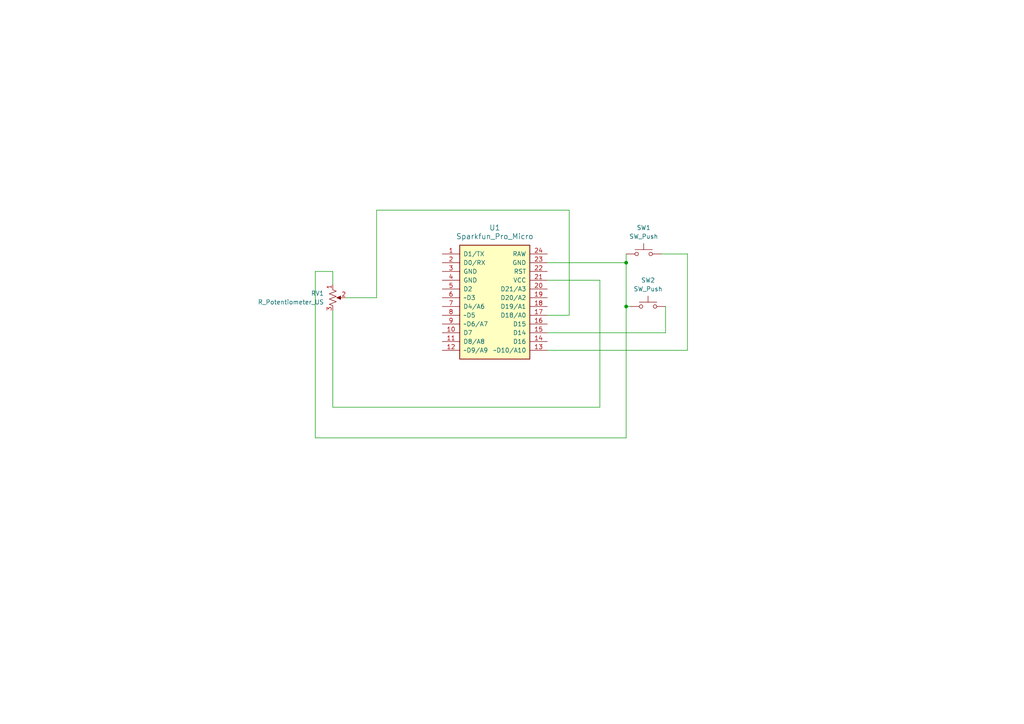
<source format=kicad_sch>
(kicad_sch
	(version 20231120)
	(generator "eeschema")
	(generator_version "8.0")
	(uuid "c64cee3b-1125-4362-b176-d73393c40d2c")
	(paper "A4")
	(lib_symbols
		(symbol "Arduino:Sparkfun_Pro_Micro"
			(pin_names
				(offset 1.016)
			)
			(exclude_from_sim no)
			(in_bom yes)
			(on_board yes)
			(property "Reference" "U"
				(at -8.89 21.59 0)
				(effects
					(font
						(size 1.524 1.524)
					)
				)
			)
			(property "Value" "Sparkfun_Pro_Micro"
				(at 0 19.05 0)
				(effects
					(font
						(size 1.524 1.524)
					)
				)
			)
			(property "Footprint" "Arduino:Sparkfun_Pro_Micro"
				(at 0 -16.51 0)
				(effects
					(font
						(size 1.524 1.524)
					)
					(hide yes)
				)
			)
			(property "Datasheet" "https://www.sparkfun.com/products/12640"
				(at 2.54 -26.67 0)
				(effects
					(font
						(size 1.524 1.524)
					)
					(hide yes)
				)
			)
			(property "Description" "Sparkfun Pro Micro"
				(at 0 0 0)
				(effects
					(font
						(size 1.27 1.27)
					)
					(hide yes)
				)
			)
			(property "ki_keywords" "Arduino Sparkfun pro micro microcontroller module USB"
				(at 0 0 0)
				(effects
					(font
						(size 1.27 1.27)
					)
					(hide yes)
				)
			)
			(symbol "Sparkfun_Pro_Micro_0_1"
				(rectangle
					(start -10.16 17.78)
					(end 10.16 -15.24)
					(stroke
						(width 0.254)
						(type solid)
					)
					(fill
						(type background)
					)
				)
			)
			(symbol "Sparkfun_Pro_Micro_1_1"
				(pin bidirectional line
					(at -15.24 15.24 0)
					(length 5.08)
					(name "D1/TX"
						(effects
							(font
								(size 1.27 1.27)
							)
						)
					)
					(number "1"
						(effects
							(font
								(size 1.27 1.27)
							)
						)
					)
				)
				(pin bidirectional line
					(at -15.24 -7.62 0)
					(length 5.08)
					(name "D7"
						(effects
							(font
								(size 1.27 1.27)
							)
						)
					)
					(number "10"
						(effects
							(font
								(size 1.27 1.27)
							)
						)
					)
				)
				(pin bidirectional line
					(at -15.24 -10.16 0)
					(length 5.08)
					(name "D8/A8"
						(effects
							(font
								(size 1.27 1.27)
							)
						)
					)
					(number "11"
						(effects
							(font
								(size 1.27 1.27)
							)
						)
					)
				)
				(pin bidirectional line
					(at -15.24 -12.7 0)
					(length 5.08)
					(name "~D9/A9"
						(effects
							(font
								(size 1.27 1.27)
							)
						)
					)
					(number "12"
						(effects
							(font
								(size 1.27 1.27)
							)
						)
					)
				)
				(pin bidirectional line
					(at 15.24 -12.7 180)
					(length 5.08)
					(name "~D10/A10"
						(effects
							(font
								(size 1.27 1.27)
							)
						)
					)
					(number "13"
						(effects
							(font
								(size 1.27 1.27)
							)
						)
					)
				)
				(pin bidirectional line
					(at 15.24 -10.16 180)
					(length 5.08)
					(name "D16"
						(effects
							(font
								(size 1.27 1.27)
							)
						)
					)
					(number "14"
						(effects
							(font
								(size 1.27 1.27)
							)
						)
					)
				)
				(pin bidirectional line
					(at 15.24 -7.62 180)
					(length 5.08)
					(name "D14"
						(effects
							(font
								(size 1.27 1.27)
							)
						)
					)
					(number "15"
						(effects
							(font
								(size 1.27 1.27)
							)
						)
					)
				)
				(pin bidirectional line
					(at 15.24 -5.08 180)
					(length 5.08)
					(name "D15"
						(effects
							(font
								(size 1.27 1.27)
							)
						)
					)
					(number "16"
						(effects
							(font
								(size 1.27 1.27)
							)
						)
					)
				)
				(pin bidirectional line
					(at 15.24 -2.54 180)
					(length 5.08)
					(name "D18/A0"
						(effects
							(font
								(size 1.27 1.27)
							)
						)
					)
					(number "17"
						(effects
							(font
								(size 1.27 1.27)
							)
						)
					)
				)
				(pin bidirectional line
					(at 15.24 0 180)
					(length 5.08)
					(name "D19/A1"
						(effects
							(font
								(size 1.27 1.27)
							)
						)
					)
					(number "18"
						(effects
							(font
								(size 1.27 1.27)
							)
						)
					)
				)
				(pin bidirectional line
					(at 15.24 2.54 180)
					(length 5.08)
					(name "D20/A2"
						(effects
							(font
								(size 1.27 1.27)
							)
						)
					)
					(number "19"
						(effects
							(font
								(size 1.27 1.27)
							)
						)
					)
				)
				(pin bidirectional line
					(at -15.24 12.7 0)
					(length 5.08)
					(name "D0/RX"
						(effects
							(font
								(size 1.27 1.27)
							)
						)
					)
					(number "2"
						(effects
							(font
								(size 1.27 1.27)
							)
						)
					)
				)
				(pin bidirectional line
					(at 15.24 5.08 180)
					(length 5.08)
					(name "D21/A3"
						(effects
							(font
								(size 1.27 1.27)
							)
						)
					)
					(number "20"
						(effects
							(font
								(size 1.27 1.27)
							)
						)
					)
				)
				(pin power_in line
					(at 15.24 7.62 180)
					(length 5.08)
					(name "VCC"
						(effects
							(font
								(size 1.27 1.27)
							)
						)
					)
					(number "21"
						(effects
							(font
								(size 1.27 1.27)
							)
						)
					)
				)
				(pin input line
					(at 15.24 10.16 180)
					(length 5.08)
					(name "RST"
						(effects
							(font
								(size 1.27 1.27)
							)
						)
					)
					(number "22"
						(effects
							(font
								(size 1.27 1.27)
							)
						)
					)
				)
				(pin power_in line
					(at 15.24 12.7 180)
					(length 5.08)
					(name "GND"
						(effects
							(font
								(size 1.27 1.27)
							)
						)
					)
					(number "23"
						(effects
							(font
								(size 1.27 1.27)
							)
						)
					)
				)
				(pin power_in line
					(at 15.24 15.24 180)
					(length 5.08)
					(name "RAW"
						(effects
							(font
								(size 1.27 1.27)
							)
						)
					)
					(number "24"
						(effects
							(font
								(size 1.27 1.27)
							)
						)
					)
				)
				(pin power_in line
					(at -15.24 10.16 0)
					(length 5.08)
					(name "GND"
						(effects
							(font
								(size 1.27 1.27)
							)
						)
					)
					(number "3"
						(effects
							(font
								(size 1.27 1.27)
							)
						)
					)
				)
				(pin power_in line
					(at -15.24 7.62 0)
					(length 5.08)
					(name "GND"
						(effects
							(font
								(size 1.27 1.27)
							)
						)
					)
					(number "4"
						(effects
							(font
								(size 1.27 1.27)
							)
						)
					)
				)
				(pin bidirectional line
					(at -15.24 5.08 0)
					(length 5.08)
					(name "D2"
						(effects
							(font
								(size 1.27 1.27)
							)
						)
					)
					(number "5"
						(effects
							(font
								(size 1.27 1.27)
							)
						)
					)
				)
				(pin bidirectional line
					(at -15.24 2.54 0)
					(length 5.08)
					(name "~D3"
						(effects
							(font
								(size 1.27 1.27)
							)
						)
					)
					(number "6"
						(effects
							(font
								(size 1.27 1.27)
							)
						)
					)
				)
				(pin bidirectional line
					(at -15.24 0 0)
					(length 5.08)
					(name "D4/A6"
						(effects
							(font
								(size 1.27 1.27)
							)
						)
					)
					(number "7"
						(effects
							(font
								(size 1.27 1.27)
							)
						)
					)
				)
				(pin bidirectional line
					(at -15.24 -2.54 0)
					(length 5.08)
					(name "~D5"
						(effects
							(font
								(size 1.27 1.27)
							)
						)
					)
					(number "8"
						(effects
							(font
								(size 1.27 1.27)
							)
						)
					)
				)
				(pin bidirectional line
					(at -15.24 -5.08 0)
					(length 5.08)
					(name "~D6/A7"
						(effects
							(font
								(size 1.27 1.27)
							)
						)
					)
					(number "9"
						(effects
							(font
								(size 1.27 1.27)
							)
						)
					)
				)
			)
		)
		(symbol "Device:R_Potentiometer_US"
			(pin_names
				(offset 1.016) hide)
			(exclude_from_sim no)
			(in_bom yes)
			(on_board yes)
			(property "Reference" "RV"
				(at -4.445 0 90)
				(effects
					(font
						(size 1.27 1.27)
					)
				)
			)
			(property "Value" "R_Potentiometer_US"
				(at -2.54 0 90)
				(effects
					(font
						(size 1.27 1.27)
					)
				)
			)
			(property "Footprint" ""
				(at 0 0 0)
				(effects
					(font
						(size 1.27 1.27)
					)
					(hide yes)
				)
			)
			(property "Datasheet" "~"
				(at 0 0 0)
				(effects
					(font
						(size 1.27 1.27)
					)
					(hide yes)
				)
			)
			(property "Description" "Potentiometer, US symbol"
				(at 0 0 0)
				(effects
					(font
						(size 1.27 1.27)
					)
					(hide yes)
				)
			)
			(property "ki_keywords" "resistor variable"
				(at 0 0 0)
				(effects
					(font
						(size 1.27 1.27)
					)
					(hide yes)
				)
			)
			(property "ki_fp_filters" "Potentiometer*"
				(at 0 0 0)
				(effects
					(font
						(size 1.27 1.27)
					)
					(hide yes)
				)
			)
			(symbol "R_Potentiometer_US_0_1"
				(polyline
					(pts
						(xy 0 -2.286) (xy 0 -2.54)
					)
					(stroke
						(width 0)
						(type default)
					)
					(fill
						(type none)
					)
				)
				(polyline
					(pts
						(xy 0 2.54) (xy 0 2.286)
					)
					(stroke
						(width 0)
						(type default)
					)
					(fill
						(type none)
					)
				)
				(polyline
					(pts
						(xy 2.54 0) (xy 1.524 0)
					)
					(stroke
						(width 0)
						(type default)
					)
					(fill
						(type none)
					)
				)
				(polyline
					(pts
						(xy 1.143 0) (xy 2.286 0.508) (xy 2.286 -0.508) (xy 1.143 0)
					)
					(stroke
						(width 0)
						(type default)
					)
					(fill
						(type outline)
					)
				)
				(polyline
					(pts
						(xy 0 -0.762) (xy 1.016 -1.143) (xy 0 -1.524) (xy -1.016 -1.905) (xy 0 -2.286)
					)
					(stroke
						(width 0)
						(type default)
					)
					(fill
						(type none)
					)
				)
				(polyline
					(pts
						(xy 0 0.762) (xy 1.016 0.381) (xy 0 0) (xy -1.016 -0.381) (xy 0 -0.762)
					)
					(stroke
						(width 0)
						(type default)
					)
					(fill
						(type none)
					)
				)
				(polyline
					(pts
						(xy 0 2.286) (xy 1.016 1.905) (xy 0 1.524) (xy -1.016 1.143) (xy 0 0.762)
					)
					(stroke
						(width 0)
						(type default)
					)
					(fill
						(type none)
					)
				)
			)
			(symbol "R_Potentiometer_US_1_1"
				(pin passive line
					(at 0 3.81 270)
					(length 1.27)
					(name "1"
						(effects
							(font
								(size 1.27 1.27)
							)
						)
					)
					(number "1"
						(effects
							(font
								(size 1.27 1.27)
							)
						)
					)
				)
				(pin passive line
					(at 3.81 0 180)
					(length 1.27)
					(name "2"
						(effects
							(font
								(size 1.27 1.27)
							)
						)
					)
					(number "2"
						(effects
							(font
								(size 1.27 1.27)
							)
						)
					)
				)
				(pin passive line
					(at 0 -3.81 90)
					(length 1.27)
					(name "3"
						(effects
							(font
								(size 1.27 1.27)
							)
						)
					)
					(number "3"
						(effects
							(font
								(size 1.27 1.27)
							)
						)
					)
				)
			)
		)
		(symbol "Switch:SW_Push"
			(pin_numbers hide)
			(pin_names
				(offset 1.016) hide)
			(exclude_from_sim no)
			(in_bom yes)
			(on_board yes)
			(property "Reference" "SW"
				(at 1.27 2.54 0)
				(effects
					(font
						(size 1.27 1.27)
					)
					(justify left)
				)
			)
			(property "Value" "SW_Push"
				(at 0 -1.524 0)
				(effects
					(font
						(size 1.27 1.27)
					)
				)
			)
			(property "Footprint" ""
				(at 0 5.08 0)
				(effects
					(font
						(size 1.27 1.27)
					)
					(hide yes)
				)
			)
			(property "Datasheet" "~"
				(at 0 5.08 0)
				(effects
					(font
						(size 1.27 1.27)
					)
					(hide yes)
				)
			)
			(property "Description" "Push button switch, generic, two pins"
				(at 0 0 0)
				(effects
					(font
						(size 1.27 1.27)
					)
					(hide yes)
				)
			)
			(property "ki_keywords" "switch normally-open pushbutton push-button"
				(at 0 0 0)
				(effects
					(font
						(size 1.27 1.27)
					)
					(hide yes)
				)
			)
			(symbol "SW_Push_0_1"
				(circle
					(center -2.032 0)
					(radius 0.508)
					(stroke
						(width 0)
						(type default)
					)
					(fill
						(type none)
					)
				)
				(polyline
					(pts
						(xy 0 1.27) (xy 0 3.048)
					)
					(stroke
						(width 0)
						(type default)
					)
					(fill
						(type none)
					)
				)
				(polyline
					(pts
						(xy 2.54 1.27) (xy -2.54 1.27)
					)
					(stroke
						(width 0)
						(type default)
					)
					(fill
						(type none)
					)
				)
				(circle
					(center 2.032 0)
					(radius 0.508)
					(stroke
						(width 0)
						(type default)
					)
					(fill
						(type none)
					)
				)
				(pin passive line
					(at -5.08 0 0)
					(length 2.54)
					(name "1"
						(effects
							(font
								(size 1.27 1.27)
							)
						)
					)
					(number "1"
						(effects
							(font
								(size 1.27 1.27)
							)
						)
					)
				)
				(pin passive line
					(at 5.08 0 180)
					(length 2.54)
					(name "2"
						(effects
							(font
								(size 1.27 1.27)
							)
						)
					)
					(number "2"
						(effects
							(font
								(size 1.27 1.27)
							)
						)
					)
				)
			)
		)
	)
	(junction
		(at 181.61 76.2)
		(diameter 0)
		(color 0 0 0 0)
		(uuid "8e3616b0-bf1c-4f9b-8958-5672e4e50c7a")
	)
	(junction
		(at 181.61 88.9)
		(diameter 0)
		(color 0 0 0 0)
		(uuid "bc09425c-2caf-4232-9256-5e108282703a")
	)
	(wire
		(pts
			(xy 173.99 81.28) (xy 173.99 118.11)
		)
		(stroke
			(width 0)
			(type default)
		)
		(uuid "09fd1082-f7f7-4608-999f-5bdfca3dc719")
	)
	(wire
		(pts
			(xy 181.61 88.9) (xy 182.88 88.9)
		)
		(stroke
			(width 0)
			(type default)
		)
		(uuid "141cd246-ad76-40db-954f-ca8f79384f27")
	)
	(wire
		(pts
			(xy 181.61 76.2) (xy 181.61 73.66)
		)
		(stroke
			(width 0)
			(type default)
		)
		(uuid "155abd80-ddd6-4aba-a40d-123567ac0e9e")
	)
	(wire
		(pts
			(xy 193.04 88.9) (xy 193.04 96.52)
		)
		(stroke
			(width 0)
			(type default)
		)
		(uuid "1e31cbd9-31e6-467b-a0bb-9f2803d92fba")
	)
	(wire
		(pts
			(xy 91.44 78.74) (xy 96.52 78.74)
		)
		(stroke
			(width 0)
			(type default)
		)
		(uuid "21658e75-72ca-4a9b-a673-ab1f3338e1d1")
	)
	(wire
		(pts
			(xy 173.99 118.11) (xy 96.52 118.11)
		)
		(stroke
			(width 0)
			(type default)
		)
		(uuid "22efda4c-03b0-4bc8-b028-bb5dfe8ade7a")
	)
	(wire
		(pts
			(xy 199.39 73.66) (xy 191.77 73.66)
		)
		(stroke
			(width 0)
			(type default)
		)
		(uuid "26661b91-43ff-4871-819a-7fdeffcd39bf")
	)
	(wire
		(pts
			(xy 100.33 86.36) (xy 109.22 86.36)
		)
		(stroke
			(width 0)
			(type default)
		)
		(uuid "3a27ef48-e779-482e-b0fa-d59e2d3b23b5")
	)
	(wire
		(pts
			(xy 165.1 91.44) (xy 158.75 91.44)
		)
		(stroke
			(width 0)
			(type default)
		)
		(uuid "7494d8c4-3532-42ce-b0b3-764ac7da0a32")
	)
	(wire
		(pts
			(xy 96.52 118.11) (xy 96.52 90.17)
		)
		(stroke
			(width 0)
			(type default)
		)
		(uuid "7e4364a4-4b71-40ba-8729-44e3942428cb")
	)
	(wire
		(pts
			(xy 96.52 78.74) (xy 96.52 82.55)
		)
		(stroke
			(width 0)
			(type default)
		)
		(uuid "86492682-1ccb-43d0-ba41-dced5e1af0c2")
	)
	(wire
		(pts
			(xy 158.75 81.28) (xy 173.99 81.28)
		)
		(stroke
			(width 0)
			(type default)
		)
		(uuid "914e7f00-23b2-49a9-b526-d2b1fcf74b97")
	)
	(wire
		(pts
			(xy 199.39 101.6) (xy 158.75 101.6)
		)
		(stroke
			(width 0)
			(type default)
		)
		(uuid "92297f53-0861-4ea3-9c6b-f20a2bf27e6c")
	)
	(wire
		(pts
			(xy 193.04 96.52) (xy 158.75 96.52)
		)
		(stroke
			(width 0)
			(type default)
		)
		(uuid "a771e7e5-d9a2-4d05-b4f7-e267c8f3654e")
	)
	(wire
		(pts
			(xy 165.1 60.96) (xy 165.1 91.44)
		)
		(stroke
			(width 0)
			(type default)
		)
		(uuid "ab3d8b0c-7404-4522-9569-3feb23e135bd")
	)
	(wire
		(pts
			(xy 181.61 127) (xy 91.44 127)
		)
		(stroke
			(width 0)
			(type default)
		)
		(uuid "b8c42ba6-301b-4435-866c-226428550145")
	)
	(wire
		(pts
			(xy 181.61 76.2) (xy 181.61 88.9)
		)
		(stroke
			(width 0)
			(type default)
		)
		(uuid "c95d2ae8-3811-46e3-9dc3-6fc6c74fdda6")
	)
	(wire
		(pts
			(xy 109.22 86.36) (xy 109.22 60.96)
		)
		(stroke
			(width 0)
			(type default)
		)
		(uuid "cd2f7775-cb09-4366-aafb-dbd5c5bcdb64")
	)
	(wire
		(pts
			(xy 91.44 127) (xy 91.44 78.74)
		)
		(stroke
			(width 0)
			(type default)
		)
		(uuid "d1debd1d-5d21-48e1-8e48-aef6c1239c01")
	)
	(wire
		(pts
			(xy 199.39 73.66) (xy 199.39 101.6)
		)
		(stroke
			(width 0)
			(type default)
		)
		(uuid "e148236c-c40c-4c2e-88e8-ef87b328b9b7")
	)
	(wire
		(pts
			(xy 181.61 88.9) (xy 181.61 127)
		)
		(stroke
			(width 0)
			(type default)
		)
		(uuid "e19c3587-5000-47e4-8c18-50503741a7d5")
	)
	(wire
		(pts
			(xy 109.22 60.96) (xy 165.1 60.96)
		)
		(stroke
			(width 0)
			(type default)
		)
		(uuid "ee4d8498-f914-415a-a571-f68656c5434c")
	)
	(wire
		(pts
			(xy 158.75 76.2) (xy 181.61 76.2)
		)
		(stroke
			(width 0)
			(type default)
		)
		(uuid "f2ebb88a-3fbb-4f52-93c2-ad32de56b604")
	)
	(symbol
		(lib_id "Device:R_Potentiometer_US")
		(at 96.52 86.36 0)
		(unit 1)
		(exclude_from_sim no)
		(in_bom yes)
		(on_board yes)
		(dnp no)
		(fields_autoplaced yes)
		(uuid "662195e9-3c9b-4e43-ae77-71a7beb7d82c")
		(property "Reference" "RV1"
			(at 93.98 85.0899 0)
			(effects
				(font
					(size 1.27 1.27)
				)
				(justify right)
			)
		)
		(property "Value" "R_Potentiometer_US"
			(at 93.98 87.6299 0)
			(effects
				(font
					(size 1.27 1.27)
				)
				(justify right)
			)
		)
		(property "Footprint" ""
			(at 96.52 86.36 0)
			(effects
				(font
					(size 1.27 1.27)
				)
				(hide yes)
			)
		)
		(property "Datasheet" "~"
			(at 96.52 86.36 0)
			(effects
				(font
					(size 1.27 1.27)
				)
				(hide yes)
			)
		)
		(property "Description" "Potentiometer, US symbol"
			(at 96.52 86.36 0)
			(effects
				(font
					(size 1.27 1.27)
				)
				(hide yes)
			)
		)
		(pin "3"
			(uuid "fc108123-0b43-4219-a934-7587f9da898a")
		)
		(pin "1"
			(uuid "eba75076-afaf-4119-9df5-2900cb3af8d5")
		)
		(pin "2"
			(uuid "ce9de710-5934-4e92-8126-308a047162a3")
		)
		(instances
			(project ""
				(path "/c64cee3b-1125-4362-b176-d73393c40d2c"
					(reference "RV1")
					(unit 1)
				)
			)
		)
	)
	(symbol
		(lib_id "Arduino:Sparkfun_Pro_Micro")
		(at 143.51 88.9 0)
		(unit 1)
		(exclude_from_sim no)
		(in_bom yes)
		(on_board yes)
		(dnp no)
		(fields_autoplaced yes)
		(uuid "781db5a8-063d-4593-acb3-ccb6758230ad")
		(property "Reference" "U1"
			(at 143.51 66.04 0)
			(effects
				(font
					(size 1.524 1.524)
				)
			)
		)
		(property "Value" "Sparkfun_Pro_Micro"
			(at 143.51 68.58 0)
			(effects
				(font
					(size 1.524 1.524)
				)
			)
		)
		(property "Footprint" "Arduino:Sparkfun_Pro_Micro"
			(at 143.51 105.41 0)
			(effects
				(font
					(size 1.524 1.524)
				)
				(hide yes)
			)
		)
		(property "Datasheet" "https://www.sparkfun.com/products/12640"
			(at 146.05 115.57 0)
			(effects
				(font
					(size 1.524 1.524)
				)
				(hide yes)
			)
		)
		(property "Description" "Sparkfun Pro Micro"
			(at 143.51 88.9 0)
			(effects
				(font
					(size 1.27 1.27)
				)
				(hide yes)
			)
		)
		(pin "15"
			(uuid "93c42a17-124a-464e-a548-5bf8d5ab59d3")
		)
		(pin "4"
			(uuid "48115eab-8021-4a1e-afff-0ecd7e62f9cd")
		)
		(pin "1"
			(uuid "0cac2334-b4e5-40bc-ae23-ff937138dde1")
		)
		(pin "12"
			(uuid "9e2e7f4d-b09d-4e67-a38f-f4736272053f")
		)
		(pin "13"
			(uuid "2062a8b9-da49-4f31-8669-c0a56d1f39ee")
		)
		(pin "16"
			(uuid "cbdf6607-0d9c-4ec3-8692-0ad28f4fb414")
		)
		(pin "10"
			(uuid "f2af337d-b046-4d27-811f-796524800d19")
		)
		(pin "17"
			(uuid "619e7eb2-dc5e-47fe-83c3-0253b00c15dc")
		)
		(pin "19"
			(uuid "89c3472a-59a8-40c6-a5f6-8398dd181b44")
		)
		(pin "18"
			(uuid "cc32f1a5-2ebe-4a19-b0e8-74ffabfb6525")
		)
		(pin "2"
			(uuid "2c46086c-3d45-409f-9924-d5e2bd9eaa7f")
		)
		(pin "22"
			(uuid "27ec4222-2c2c-4a7c-97a0-bf1841528415")
		)
		(pin "23"
			(uuid "4df648fd-63b9-4fb7-becb-2e65e1be9d00")
		)
		(pin "24"
			(uuid "40004af3-97fa-4b17-a7c8-99a8afa21c70")
		)
		(pin "3"
			(uuid "5e1dbb19-de38-4922-9800-fd5ae9a4bd1f")
		)
		(pin "21"
			(uuid "73a263f6-7c16-40d3-af5b-6d7be41929dc")
		)
		(pin "11"
			(uuid "0b91705e-ec45-4b25-98d5-b93ed86f1417")
		)
		(pin "20"
			(uuid "443e05a5-8c20-4eb4-bbf1-7265c8cefa14")
		)
		(pin "14"
			(uuid "7c2c7279-3750-4f79-abe6-5999f46b3c65")
		)
		(pin "5"
			(uuid "72a16a54-acda-4590-a9e7-d8c827896fff")
		)
		(pin "9"
			(uuid "ec649c46-6238-41ee-bbec-dd22034ff971")
		)
		(pin "8"
			(uuid "a2f64b61-3d3f-4fce-9c67-458925b9987e")
		)
		(pin "7"
			(uuid "02d81dc0-d272-4d94-9e78-28b316ae7630")
		)
		(pin "6"
			(uuid "eb37d820-38d8-41e8-ab64-20af4bd4d9a4")
		)
		(instances
			(project ""
				(path "/c64cee3b-1125-4362-b176-d73393c40d2c"
					(reference "U1")
					(unit 1)
				)
			)
		)
	)
	(symbol
		(lib_id "Switch:SW_Push")
		(at 186.69 73.66 0)
		(unit 1)
		(exclude_from_sim no)
		(in_bom yes)
		(on_board yes)
		(dnp no)
		(fields_autoplaced yes)
		(uuid "9893f6c1-299f-4a69-99d0-f15fdba4adc3")
		(property "Reference" "SW1"
			(at 186.69 66.04 0)
			(effects
				(font
					(size 1.27 1.27)
				)
			)
		)
		(property "Value" "SW_Push"
			(at 186.69 68.58 0)
			(effects
				(font
					(size 1.27 1.27)
				)
			)
		)
		(property "Footprint" ""
			(at 186.69 68.58 0)
			(effects
				(font
					(size 1.27 1.27)
				)
				(hide yes)
			)
		)
		(property "Datasheet" "~"
			(at 186.69 68.58 0)
			(effects
				(font
					(size 1.27 1.27)
				)
				(hide yes)
			)
		)
		(property "Description" "Push button switch, generic, two pins"
			(at 186.69 73.66 0)
			(effects
				(font
					(size 1.27 1.27)
				)
				(hide yes)
			)
		)
		(pin "1"
			(uuid "881c1a8c-a310-482a-b229-f95f1ad0f3ad")
		)
		(pin "2"
			(uuid "1ab49a8b-66c8-444b-902d-f6a031cb4aba")
		)
		(instances
			(project ""
				(path "/c64cee3b-1125-4362-b176-d73393c40d2c"
					(reference "SW1")
					(unit 1)
				)
			)
		)
	)
	(symbol
		(lib_id "Switch:SW_Push")
		(at 187.96 88.9 0)
		(unit 1)
		(exclude_from_sim no)
		(in_bom yes)
		(on_board yes)
		(dnp no)
		(fields_autoplaced yes)
		(uuid "cccab143-b01b-4a69-88ec-6920b7597ac5")
		(property "Reference" "SW2"
			(at 187.96 81.28 0)
			(effects
				(font
					(size 1.27 1.27)
				)
			)
		)
		(property "Value" "SW_Push"
			(at 187.96 83.82 0)
			(effects
				(font
					(size 1.27 1.27)
				)
			)
		)
		(property "Footprint" ""
			(at 187.96 83.82 0)
			(effects
				(font
					(size 1.27 1.27)
				)
				(hide yes)
			)
		)
		(property "Datasheet" "~"
			(at 187.96 83.82 0)
			(effects
				(font
					(size 1.27 1.27)
				)
				(hide yes)
			)
		)
		(property "Description" "Push button switch, generic, two pins"
			(at 187.96 88.9 0)
			(effects
				(font
					(size 1.27 1.27)
				)
				(hide yes)
			)
		)
		(pin "1"
			(uuid "80081909-19fc-4261-904e-a5a5a08546d2")
		)
		(pin "2"
			(uuid "f8bd53c9-4ce5-4171-8ff7-0e4d8717096d")
		)
		(instances
			(project ""
				(path "/c64cee3b-1125-4362-b176-d73393c40d2c"
					(reference "SW2")
					(unit 1)
				)
			)
		)
	)
	(sheet_instances
		(path "/"
			(page "1")
		)
	)
)

</source>
